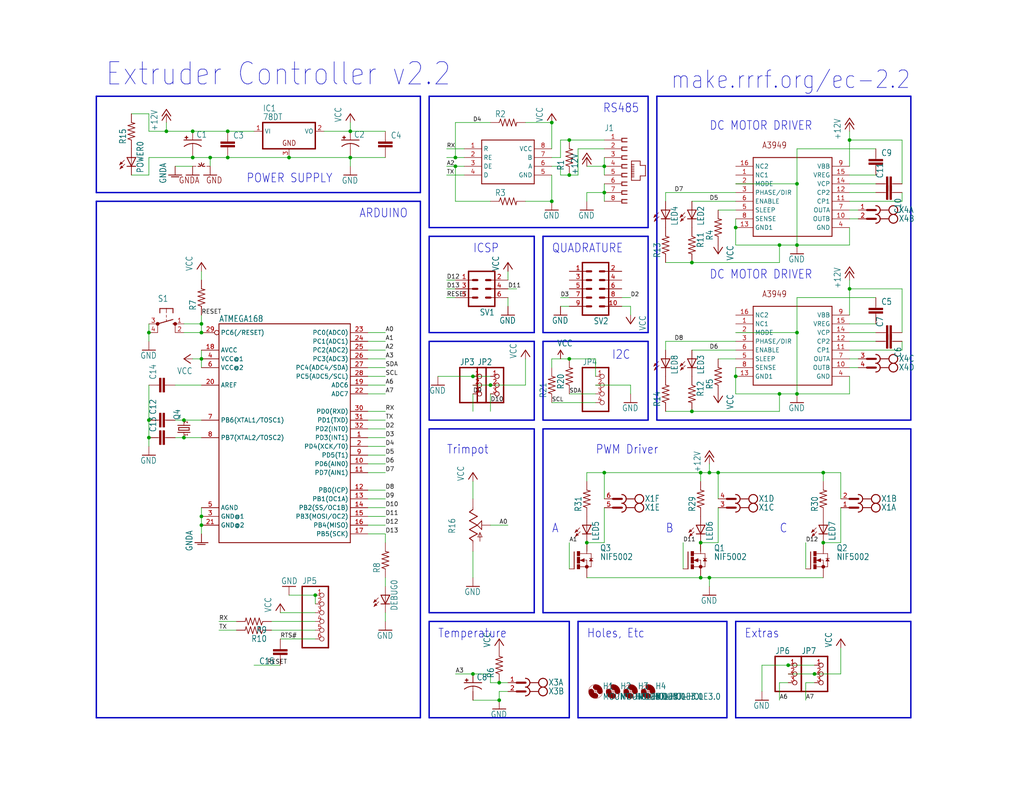
<source format=kicad_sch>
(kicad_sch (version 20231120) (generator "eeschema") (generator_version "8.0")
  (paper "User" 297.002 229.895)
  (junction (at 43.18 96.52))
  (junction (at 66.04 38.1))
  (junction (at 58.42 93.98))
  (junction (at 208.28 137.16))
  (junction (at 213.36 66.04))
  (junction (at 43.18 121.92))
  (junction (at 200.66 119.38))
  (junction (at 55.88 45.72))
  (junction (at 144.78 198.12))
  (junction (at 53.34 127))
  (junction (at 205.74 167.64))
  (junction (at 231.14 71.12))
  (junction (at 91.44 172.72))
  (junction (at 144.78 203.2))
  (junction (at 137.16 195.58))
  (junction (at 175.26 48.26))
  (junction (at 203.2 137.16))
  (junction (at 165.1 40.64))
  (junction (at 231.14 96.52))
  (junction (at 101.6 45.72))
  (junction (at 101.6 38.1))
  (junction (at 236.22 195.58))
  (junction (at 175.26 55.88))
  (junction (at 165.1 104.14))
  (junction (at 226.06 114.3))
  (junction (at 58.42 96.52))
  (junction (at 53.34 121.92))
  (junction (at 238.76 157.48))
  (junction (at 55.88 38.1))
  (junction (at 83.82 45.72))
  (junction (at 231.14 53.34))
  (junction (at 58.42 152.4))
  (junction (at 170.18 157.48))
  (junction (at 246.38 83.82))
  (junction (at 231.14 114.3))
  (junction (at 203.2 167.64))
  (junction (at 203.2 157.48))
  (junction (at 48.26 38.1))
  (junction (at 238.76 137.16))
  (junction (at 58.42 149.86))
  (junction (at 58.42 104.14))
  (junction (at 200.66 76.2))
  (junction (at 213.36 109.22))
  (junction (at 142.24 111.76))
  (junction (at 66.04 45.72))
  (junction (at 165.1 50.8))
  (junction (at 137.16 109.22))
  (junction (at 43.18 127))
  (junction (at 226.06 71.12))
  (junction (at 132.08 45.72))
  (junction (at 246.38 40.64))
  (junction (at 205.74 137.16))
  (junction (at 60.96 45.72))
  (junction (at 160.02 58.42))
  (junction (at 228.6 193.04))
  (junction (at 132.08 48.26))
  (junction (at 160.02 35.56))
  (junction (at 175.26 137.16))
  (polyline (pts (xy 157.48 124.46) (xy 264.16 124.46)) (stroke (width 0.4064) (type solid)))
  (wire (pts (xy 106.68 154.94) (xy 111.76 154.94)) (stroke (width 0.1524)))
  (wire (pts (xy 152.4 35.56) (xy 160.02 35.56)) (stroke (width 0.1524)))
  (wire (pts (xy 203.2 137.16) (xy 205.74 137.16)) (stroke (width 0.1524)))
  (polyline (pts (xy 27.94 208.28) (xy 27.94 58.42)) (stroke (width 0.4064) (type solid)))
  (wire (pts (xy 160.02 43.18) (xy 160.02 35.56)) (stroke (width 0.1524)))
  (wire (pts (xy 58.42 149.86) (xy 58.42 152.4)) (stroke (width 0.1524)))
  (wire (pts (xy 132.08 83.82) (xy 129.54 83.82)) (stroke (width 0.1524)))
  (wire (pts (xy 246.38 96.52) (xy 254 96.52)) (stroke (width 0.1524)))
  (wire (pts (xy 261.62 101.6) (xy 246.38 101.6)) (stroke (width 0.1524)))
  (wire (pts (xy 248.92 63.5) (xy 246.38 63.5)) (stroke (width 0.1524)))
  (wire (pts (xy 228.6 193.04) (xy 220.98 193.04)) (stroke (width 0.1524)))
  (wire (pts (xy 106.68 96.52) (xy 111.76 96.52)) (stroke (width 0.1524)))
  (polyline (pts (xy 187.96 99.06) (xy 187.96 121.92)) (stroke (width 0.4064) (type solid)))
  (wire (pts (xy 106.68 147.32) (xy 111.76 147.32)) (stroke (width 0.1524)))
  (wire (pts (xy 246.38 50.8) (xy 254 50.8)) (stroke (width 0.1524)))
  (wire (pts (xy 43.18 93.98) (xy 43.18 96.52)) (stroke (width 0.1524)))
  (wire (pts (xy 68.58 180.34) (xy 63.5 180.34)) (stroke (width 0.1524)))
  (wire (pts (xy 60.96 45.72) (xy 60.96 48.26)) (stroke (width 0.1524)))
  (wire (pts (xy 193.04 76.2) (xy 200.66 76.2)) (stroke (width 0.1524)))
  (wire (pts (xy 147.32 86.36) (xy 147.32 88.9)) (stroke (width 0.1524)))
  (polyline (pts (xy 124.46 66.04) (xy 124.46 27.94)) (stroke (width 0.4064) (type solid)))
  (wire (pts (xy 203.2 157.48) (xy 203.2 160.02)) (stroke (width 0.1524)))
  (wire (pts (xy 236.22 195.58) (xy 243.84 195.58)) (stroke (width 0.1524)))
  (wire (pts (xy 55.88 45.72) (xy 60.96 45.72)) (stroke (width 0.1524)))
  (wire (pts (xy 243.84 137.16) (xy 243.84 144.78)) (stroke (width 0.1524)))
  (wire (pts (xy 167.64 43.18) (xy 175.26 43.18)) (stroke (width 0.1524)))
  (polyline (pts (xy 124.46 96.52) (xy 154.94 96.52)) (stroke (width 0.4064) (type solid)))
  (wire (pts (xy 193.04 119.38) (xy 200.66 119.38)) (stroke (width 0.1524)))
  (wire (pts (xy 170.18 157.48) (xy 170.18 160.02)) (stroke (width 0.1524)))
  (wire (pts (xy 208.28 144.78) (xy 208.28 137.16)) (stroke (width 0.1524)))
  (wire (pts (xy 83.82 45.72) (xy 101.6 45.72)) (stroke (width 0.1524)))
  (wire (pts (xy 248.92 60.96) (xy 246.38 60.96)) (stroke (width 0.1524)))
  (wire (pts (xy 106.68 149.86) (xy 111.76 149.86)) (stroke (width 0.1524)))
  (wire (pts (xy 48.26 38.1) (xy 55.88 38.1)) (stroke (width 0.1524)))
  (wire (pts (xy 147.32 81.28) (xy 147.32 78.74)) (stroke (width 0.1524)))
  (wire (pts (xy 208.28 104.14) (xy 213.36 104.14)) (stroke (width 0.1524)))
  (wire (pts (xy 238.76 139.7) (xy 238.76 137.16)) (stroke (width 0.1524)))
  (wire (pts (xy 180.34 88.9) (xy 182.88 88.9)) (stroke (width 0.1524)))
  (wire (pts (xy 106.68 137.16) (xy 111.76 137.16)) (stroke (width 0.1524)))
  (wire (pts (xy 142.24 58.42) (xy 132.08 58.42)) (stroke (width 0.1524)))
  (wire (pts (xy 162.56 45.72) (xy 162.56 40.64)) (stroke (width 0.1524)))
  (polyline (pts (xy 264.16 124.46) (xy 264.16 177.8)) (stroke (width 0.4064) (type solid)))
  (wire (pts (xy 175.26 157.48) (xy 170.18 157.48)) (stroke (width 0.1524)))
  (wire (pts (xy 226.06 76.2) (xy 226.06 71.12)) (stroke (width 0.1524)))
  (wire (pts (xy 106.68 121.92) (xy 111.76 121.92)) (stroke (width 0.1524)))
  (wire (pts (xy 91.44 177.8) (xy 81.28 177.8)) (stroke (width 0.1524)))
  (wire (pts (xy 106.68 127) (xy 111.76 127)) (stroke (width 0.1524)))
  (wire (pts (xy 111.76 167.64) (xy 111.76 170.18)) (stroke (width 0.1524)))
  (wire (pts (xy 60.96 45.72) (xy 66.04 45.72)) (stroke (width 0.1524)))
  (wire (pts (xy 170.18 167.64) (xy 203.2 167.64)) (stroke (width 0.1524)))
  (wire (pts (xy 175.26 157.48) (xy 175.26 147.32)) (stroke (width 0.1524)))
  (wire (pts (xy 91.44 185.42) (xy 81.28 185.42)) (stroke (width 0.1524)))
  (wire (pts (xy 132.08 86.36) (xy 129.54 86.36)) (stroke (width 0.1524)))
  (polyline (pts (xy 157.48 96.52) (xy 157.48 68.58)) (stroke (width 0.4064) (type solid)))
  (wire (pts (xy 193.04 58.42) (xy 193.04 55.88)) (stroke (width 0.1524)))
  (polyline (pts (xy 187.96 121.92) (xy 157.48 121.92)) (stroke (width 0.4064) (type solid)))
  (wire (pts (xy 231.14 114.3) (xy 246.38 114.3)) (stroke (width 0.1524)))
  (wire (pts (xy 134.62 43.18) (xy 129.54 43.18)) (stroke (width 0.1524)))
  (wire (pts (xy 228.6 198.12) (xy 226.06 198.12)) (stroke (width 0.1524)))
  (wire (pts (xy 226.06 114.3) (xy 213.36 114.3)) (stroke (width 0.1524)))
  (polyline (pts (xy 121.92 58.42) (xy 121.92 208.28)) (stroke (width 0.4064) (type solid)))
  (wire (pts (xy 106.68 124.46) (xy 111.76 124.46)) (stroke (width 0.1524)))
  (wire (pts (xy 160.02 50.8) (xy 160.02 58.42)) (stroke (width 0.1524)))
  (wire (pts (xy 170.18 55.88) (xy 170.18 58.42)) (stroke (width 0.1524)))
  (wire (pts (xy 144.78 198.12) (xy 142.24 198.12)) (stroke (width 0.1524)))
  (wire (pts (xy 193.04 101.6) (xy 193.04 99.06)) (stroke (width 0.1524)))
  (wire (pts (xy 246.38 55.88) (xy 254 55.88)) (stroke (width 0.1524)))
  (wire (pts (xy 213.36 106.68) (xy 213.36 109.22)) (stroke (width 0.1524)))
  (wire (pts (xy 261.62 58.42) (xy 246.38 58.42)) (stroke (width 0.1524)))
  (wire (pts (xy 182.88 111.76) (xy 182.88 114.3)) (stroke (width 0.1524)))
  (wire (pts (xy 261.62 83.82) (xy 246.38 83.82)) (stroke (width 0.1524)))
  (wire (pts (xy 106.68 101.6) (xy 111.76 101.6)) (stroke (width 0.1524)))
  (wire (pts (xy 254 86.36) (xy 231.14 86.36)) (stroke (width 0.1524)))
  (wire (pts (xy 246.38 81.28) (xy 246.38 83.82)) (stroke (width 0.1524)))
  (wire (pts (xy 205.74 137.16) (xy 205.74 134.62)) (stroke (width 0.1524)))
  (wire (pts (xy 137.16 114.3) (xy 137.16 119.38)) (stroke (width 0.1524)))
  (wire (pts (xy 142.24 195.58) (xy 137.16 195.58)) (stroke (width 0.1524)))
  (polyline (pts (xy 121.92 55.88) (xy 121.92 27.94)) (stroke (width 0.4064) (type solid)))
  (wire (pts (xy 261.62 40.64) (xy 246.38 40.64)) (stroke (width 0.1524)))
  (wire (pts (xy 226.06 198.12) (xy 226.06 203.2)) (stroke (width 0.1524)))
  (polyline (pts (xy 210.82 208.28) (xy 210.82 180.34)) (stroke (width 0.4064) (type solid)))
  (polyline (pts (xy 210.82 180.34) (xy 167.64 180.34)) (stroke (width 0.4064) (type solid)))
  (wire (pts (xy 43.18 111.76) (xy 43.18 121.92)) (stroke (width 0.1524)))
  (wire (pts (xy 233.68 157.48) (xy 233.68 165.1)) (stroke (width 0.1524)))
  (wire (pts (xy 58.42 101.6) (xy 58.42 104.14)) (stroke (width 0.1524)))
  (polyline (pts (xy 167.64 208.28) (xy 210.82 208.28)) (stroke (width 0.4064) (type solid)))
  (wire (pts (xy 208.28 60.96) (xy 213.36 60.96)) (stroke (width 0.1524)))
  (wire (pts (xy 106.68 134.62) (xy 111.76 134.62)) (stroke (width 0.1524)))
  (wire (pts (xy 48.26 38.1) (xy 43.18 38.1)) (stroke (width 0.1524)))
  (wire (pts (xy 111.76 154.94) (xy 111.76 157.48)) (stroke (width 0.1524)))
  (wire (pts (xy 91.44 182.88) (xy 78.74 182.88)) (stroke (width 0.1524)))
  (wire (pts (xy 226.06 71.12) (xy 213.36 71.12)) (stroke (width 0.1524)))
  (wire (pts (xy 175.26 55.88) (xy 175.26 58.42)) (stroke (width 0.1524)))
  (wire (pts (xy 132.08 48.26) (xy 129.54 48.26)) (stroke (width 0.1524)))
  (wire (pts (xy 58.42 111.76) (xy 50.8 111.76)) (stroke (width 0.1524)))
  (wire (pts (xy 175.26 48.26) (xy 175.26 50.8)) (stroke (width 0.1524)))
  (wire (pts (xy 172.72 104.14) (xy 165.1 104.14)) (stroke (width 0.1524)))
  (wire (pts (xy 152.4 111.76) (xy 142.24 111.76)) (stroke (width 0.1524)))
  (wire (pts (xy 132.08 81.28) (xy 129.54 81.28)) (stroke (width 0.1524)))
  (wire (pts (xy 50.8 127) (xy 53.34 127)) (stroke (width 0.1524)))
  (wire (pts (xy 180.34 86.36) (xy 182.88 86.36)) (stroke (width 0.1524)))
  (wire (pts (xy 231.14 86.36) (xy 231.14 96.52)) (stroke (width 0.1524)))
  (wire (pts (xy 200.66 76.2) (xy 226.06 76.2)) (stroke (width 0.1524)))
  (wire (pts (xy 101.6 38.1) (xy 111.76 38.1)) (stroke (width 0.1524)))
  (wire (pts (xy 43.18 45.72) (xy 55.88 45.72)) (stroke (width 0.1524)))
  (wire (pts (xy 53.34 93.98) (xy 58.42 93.98)) (stroke (width 0.1524)))
  (polyline (pts (xy 264.16 180.34) (xy 213.36 180.34)) (stroke (width 0.4064) (type solid)))
  (polyline (pts (xy 264.16 121.92) (xy 190.5 121.92)) (stroke (width 0.4064) (type solid)))
  (polyline (pts (xy 154.94 177.8) (xy 154.94 124.46)) (stroke (width 0.4064) (type solid)))
  (wire (pts (xy 167.64 50.8) (xy 167.64 43.18)) (stroke (width 0.1524)))
  (wire (pts (xy 233.68 198.12) (xy 233.68 203.2)) (stroke (width 0.1524)))
  (polyline (pts (xy 121.92 27.94) (xy 27.94 27.94)) (stroke (width 0.4064) (type solid)))
  (wire (pts (xy 142.24 198.12) (xy 142.24 195.58)) (stroke (width 0.1524)))
  (wire (pts (xy 134.62 45.72) (xy 132.08 45.72)) (stroke (width 0.1524)))
  (wire (pts (xy 162.56 40.64) (xy 165.1 40.64)) (stroke (width 0.1524)))
  (wire (pts (xy 231.14 71.12) (xy 226.06 71.12)) (stroke (width 0.1524)))
  (wire (pts (xy 43.18 38.1) (xy 43.18 33.02)) (stroke (width 0.1524)))
  (wire (pts (xy 175.26 137.16) (xy 170.18 137.16)) (stroke (width 0.1524)))
  (wire (pts (xy 182.88 91.44) (xy 182.88 88.9)) (stroke (width 0.1524)))
  (wire (pts (xy 111.76 177.8) (xy 111.76 180.34)) (stroke (width 0.1524)))
  (wire (pts (xy 238.76 157.48) (xy 238.76 160.02)) (stroke (width 0.1524)))
  (polyline (pts (xy 165.1 180.34) (xy 124.46 180.34)) (stroke (width 0.4064) (type solid)))
  (wire (pts (xy 170.18 137.16) (xy 170.18 139.7)) (stroke (width 0.1524)))
  (wire (pts (xy 144.78 198.12) (xy 147.32 198.12)) (stroke (width 0.1524)))
  (wire (pts (xy 147.32 83.82) (xy 149.86 83.82)) (stroke (width 0.1524)))
  (wire (pts (xy 165.1 50.8) (xy 162.56 50.8)) (stroke (width 0.1524)))
  (wire (pts (xy 132.08 35.56) (xy 132.08 45.72)) (stroke (width 0.1524)))
  (wire (pts (xy 205.74 170.18) (xy 205.74 167.64)) (stroke (width 0.1524)))
  (wire (pts (xy 43.18 127) (xy 43.18 129.54)) (stroke (width 0.1524)))
  (wire (pts (xy 203.2 167.64) (xy 205.74 167.64)) (stroke (width 0.1524)))
  (wire (pts (xy 162.56 50.8) (xy 162.56 48.26)) (stroke (width 0.1524)))
  (polyline (pts (xy 124.46 177.8) (xy 154.94 177.8)) (stroke (width 0.4064) (type solid)))
  (wire (pts (xy 91.44 172.72) (xy 83.82 172.72)) (stroke (width 0.1524)))
  (wire (pts (xy 248.92 106.68) (xy 246.38 106.68)) (stroke (width 0.1524)))
  (wire (pts (xy 172.72 114.3) (xy 165.1 114.3)) (stroke (width 0.1524)))
  (wire (pts (xy 58.42 104.14) (xy 58.42 106.68)) (stroke (width 0.1524)))
  (wire (pts (xy 175.26 53.34) (xy 175.26 55.88)) (stroke (width 0.1524)))
  (wire (pts (xy 142.24 111.76) (xy 137.16 111.76)) (stroke (width 0.1524)))
  (wire (pts (xy 106.68 132.08) (xy 111.76 132.08)) (stroke (width 0.1524)))
  (wire (pts (xy 246.38 93.98) (xy 254 93.98)) (stroke (width 0.1524)))
  (wire (pts (xy 208.28 157.48) (xy 203.2 157.48)) (stroke (width 0.1524)))
  (wire (pts (xy 165.1 40.64) (xy 175.26 40.64)) (stroke (width 0.1524)))
  (wire (pts (xy 208.28 157.48) (xy 208.28 147.32)) (stroke (width 0.1524)))
  (polyline (pts (xy 124.46 208.28) (xy 165.1 208.28)) (stroke (width 0.4064) (type solid)))
  (wire (pts (xy 106.68 129.54) (xy 111.76 129.54)) (stroke (width 0.1524)))
  (wire (pts (xy 55.88 48.26) (xy 50.8 48.26)) (stroke (width 0.1524)))
  (wire (pts (xy 134.62 48.26) (xy 132.08 48.26)) (stroke (width 0.1524)))
  (wire (pts (xy 58.42 147.32) (xy 58.42 149.86)) (stroke (width 0.1524)))
  (wire (pts (xy 137.16 109.22) (xy 142.24 109.22)) (stroke (width 0.1524)))
  (wire (pts (xy 106.68 144.78) (xy 111.76 144.78)) (stroke (width 0.1524)))
  (wire (pts (xy 160.02 58.42) (xy 152.4 58.42)) (stroke (width 0.1524)))
  (wire (pts (xy 203.2 139.7) (xy 203.2 137.16)) (stroke (width 0.1524)))
  (wire (pts (xy 238.76 137.16) (xy 243.84 137.16)) (stroke (width 0.1524)))
  (wire (pts (xy 172.72 111.76) (xy 182.88 111.76)) (stroke (width 0.1524)))
  (wire (pts (xy 175.26 48.26) (xy 170.18 48.26)) (stroke (width 0.1524)))
  (wire (pts (xy 43.18 50.8) (xy 43.18 45.72)) (stroke (width 0.1524)))
  (wire (pts (xy 231.14 53.34) (xy 231.14 71.12)) (stroke (width 0.1524)))
  (wire (pts (xy 231.14 96.52) (xy 231.14 114.3)) (stroke (width 0.1524)))
  (polyline (pts (xy 165.1 208.28) (xy 165.1 180.34)) (stroke (width 0.4064) (type solid)))
  (wire (pts (xy 193.04 55.88) (xy 213.36 55.88)) (stroke (width 0.1524)))
  (wire (pts (xy 66.04 45.72) (xy 83.82 45.72)) (stroke (width 0.1524)))
  (wire (pts (xy 142.24 114.3) (xy 142.24 119.38)) (stroke (width 0.1524)))
  (wire (pts (xy 175.26 55.88) (xy 170.18 55.88)) (stroke (width 0.1524)))
  (wire (pts (xy 58.42 152.4) (xy 58.42 154.94)) (stroke (width 0.1524)))
  (wire (pts (xy 43.18 96.52) (xy 43.18 99.06)) (stroke (width 0.1524)))
  (wire (pts (xy 38.1 50.8) (xy 43.18 50.8)) (stroke (width 0.1524)))
  (wire (pts (xy 53.34 121.92) (xy 58.42 121.92)) (stroke (width 0.1524)))
  (wire (pts (xy 55.88 104.14) (xy 58.42 104.14)) (stroke (width 0.1524)))
  (polyline (pts (xy 27.94 58.42) (xy 121.92 58.42)) (stroke (width 0.4064) (type solid)))
  (polyline (pts (xy 124.46 180.34) (xy 124.46 208.28)) (stroke (width 0.4064) (type solid)))
  (wire (pts (xy 165.1 88.9) (xy 162.56 88.9)) (stroke (width 0.1524)))
  (polyline (pts (xy 190.5 27.94) (xy 264.16 27.94)) (stroke (width 0.4064) (type solid)))
  (wire (pts (xy 160.02 104.14) (xy 160.02 106.68)) (stroke (width 0.1524)))
  (wire (pts (xy 213.36 96.52) (xy 231.14 96.52)) (stroke (width 0.1524)))
  (polyline (pts (xy 157.48 121.92) (xy 157.48 99.06)) (stroke (width 0.4064) (type solid)))
  (polyline (pts (xy 157.48 177.8) (xy 157.48 124.46)) (stroke (width 0.4064) (type solid)))
  (wire (pts (xy 246.38 99.06) (xy 254 99.06)) (stroke (width 0.1524)))
  (wire (pts (xy 172.72 109.22) (xy 172.72 104.14)) (stroke (width 0.1524)))
  (wire (pts (xy 165.1 50.8) (xy 167.64 50.8)) (stroke (width 0.1524)))
  (polyline (pts (xy 213.36 180.34) (xy 213.36 208.28)) (stroke (width 0.4064) (type solid)))
  (wire (pts (xy 58.42 78.74) (xy 58.42 81.28)) (stroke (width 0.1524)))
  (wire (pts (xy 137.16 139.7) (xy 137.16 144.78)) (stroke (width 0.1524)))
  (polyline (pts (xy 167.64 180.34) (xy 167.64 208.28)) (stroke (width 0.4064) (type solid)))
  (wire (pts (xy 175.26 144.78) (xy 175.26 137.16)) (stroke (width 0.1524)))
  (wire (pts (xy 261.62 55.88) (xy 261.62 58.42)) (stroke (width 0.1524)))
  (wire (pts (xy 53.34 127) (xy 58.42 127)) (stroke (width 0.1524)))
  (wire (pts (xy 106.68 111.76) (xy 111.76 111.76)) (stroke (width 0.1524)))
  (wire (pts (xy 137.16 195.58) (xy 132.08 195.58)) (stroke (width 0.1524)))
  (polyline (pts (xy 157.48 99.06) (xy 187.96 99.06)) (stroke (width 0.4064) (type solid)))
  (wire (pts (xy 231.14 114.3) (xy 226.06 114.3)) (stroke (width 0.1524)))
  (polyline (pts (xy 124.46 121.92) (xy 124.46 99.06)) (stroke (width 0.4064) (type solid)))
  (wire (pts (xy 144.78 203.2) (xy 137.16 203.2)) (stroke (width 0.1524)))
  (wire (pts (xy 226.06 119.38) (xy 226.06 114.3)) (stroke (width 0.1524)))
  (wire (pts (xy 248.92 104.14) (xy 246.38 104.14)) (stroke (width 0.1524)))
  (wire (pts (xy 231.14 43.18) (xy 231.14 53.34)) (stroke (width 0.1524)))
  (wire (pts (xy 198.12 157.48) (xy 198.12 165.1)) (stroke (width 0.1524)))
  (wire (pts (xy 144.78 200.66) (xy 144.78 203.2)) (stroke (width 0.1524)))
  (wire (pts (xy 160.02 48.26) (xy 162.56 48.26)) (stroke (width 0.1524)))
  (wire (pts (xy 101.6 38.1) (xy 101.6 35.56)) (stroke (width 0.1524)))
  (polyline (pts (xy 154.94 68.58) (xy 124.46 68.58)) (stroke (width 0.4064) (type solid)))
  (wire (pts (xy 254 43.18) (xy 231.14 43.18)) (stroke (width 0.1524)))
  (wire (pts (xy 261.62 99.06) (xy 261.62 101.6)) (stroke (width 0.1524)))
  (polyline (pts (xy 124.46 124.46) (xy 124.46 177.8)) (stroke (width 0.4064) (type solid)))
  (wire (pts (xy 243.84 157.48) (xy 243.84 147.32)) (stroke (width 0.1524)))
  (wire (pts (xy 111.76 119.38) (xy 106.68 119.38)) (stroke (width 0.1524)))
  (polyline (pts (xy 121.92 208.28) (xy 27.94 208.28)) (stroke (width 0.4064) (type solid)))
  (wire (pts (xy 172.72 116.84) (xy 160.02 116.84)) (stroke (width 0.1524)))
  (wire (pts (xy 165.1 86.36) (xy 162.56 86.36)) (stroke (width 0.1524)))
  (wire (pts (xy 43.18 121.92) (xy 43.18 127)) (stroke (width 0.1524)))
  (wire (pts (xy 91.44 175.26) (xy 91.44 172.72)) (stroke (width 0.1524)))
  (wire (pts (xy 246.38 53.34) (xy 254 53.34)) (stroke (width 0.1524)))
  (polyline (pts (xy 154.94 124.46) (xy 124.46 124.46)) (stroke (width 0.4064) (type solid)))
  (polyline (pts (xy 154.94 96.52) (xy 154.94 68.58)) (stroke (width 0.4064) (type solid)))
  (wire (pts (xy 132.08 45.72) (xy 129.54 45.72)) (stroke (width 0.1524)))
  (wire (pts (xy 238.76 157.48) (xy 243.84 157.48)) (stroke (width 0.1524)))
  (polyline (pts (xy 187.96 66.04) (xy 124.46 66.04)) (stroke (width 0.4064) (type solid)))
  (wire (pts (xy 142.24 35.56) (xy 132.08 35.56)) (stroke (width 0.1524)))
  (polyline (pts (xy 154.94 99.06) (xy 154.94 121.92)) (stroke (width 0.4064) (type solid)))
  (wire (pts (xy 246.38 40.64) (xy 246.38 48.26)) (stroke (width 0.1524)))
  (wire (pts (xy 220.98 193.04) (xy 220.98 200.66)) (stroke (width 0.1524)))
  (wire (pts (xy 228.6 195.58) (xy 236.22 195.58)) (stroke (width 0.1524)))
  (wire (pts (xy 160.02 45.72) (xy 162.56 45.72)) (stroke (width 0.1524)))
  (polyline (pts (xy 154.94 121.92) (xy 124.46 121.92)) (stroke (width 0.4064) (type solid)))
  (polyline (pts (xy 187.96 96.52) (xy 157.48 96.52)) (stroke (width 0.4064) (type solid)))
  (polyline (pts (xy 157.48 68.58) (xy 187.96 68.58)) (stroke (width 0.4064) (type solid)))
  (wire (pts (xy 152.4 104.14) (xy 152.4 111.76)) (stroke (width 0.1524)))
  (wire (pts (xy 58.42 96.52) (xy 58.42 93.98)) (stroke (width 0.1524)))
  (wire (pts (xy 106.68 109.22) (xy 111.76 109.22)) (stroke (width 0.1524)))
  (wire (pts (xy 261.62 53.34) (xy 261.62 40.64)) (stroke (width 0.1524)))
  (wire (pts (xy 236.22 193.04) (xy 228.6 193.04)) (stroke (width 0.1524)))
  (polyline (pts (xy 124.46 99.06) (xy 154.94 99.06)) (stroke (width 0.4064) (type solid)))
  (wire (pts (xy 78.74 180.34) (xy 91.44 180.34)) (stroke (width 0.1524)))
  (wire (pts (xy 66.04 38.1) (xy 73.66 38.1)) (stroke (width 0.1524)))
  (wire (pts (xy 213.36 71.12) (xy 213.36 66.04)) (stroke (width 0.1524)))
  (wire (pts (xy 58.42 93.98) (xy 58.42 91.44)) (stroke (width 0.1524)))
  (wire (pts (xy 175.26 137.16) (xy 203.2 137.16)) (stroke (width 0.1524)))
  (wire (pts (xy 236.22 198.12) (xy 233.68 198.12)) (stroke (width 0.1524)))
  (wire (pts (xy 213.36 53.34) (xy 231.14 53.34)) (stroke (width 0.1524)))
  (polyline (pts (xy 27.94 27.94) (xy 27.94 55.88)) (stroke (width 0.4064) (type solid)))
  (wire (pts (xy 175.26 45.72) (xy 175.26 48.26)) (stroke (width 0.1524)))
  (polyline (pts (xy 124.46 68.58) (xy 124.46 96.52)) (stroke (width 0.4064) (type solid)))
  (wire (pts (xy 81.28 193.04) (xy 73.66 193.04)) (stroke (width 0.1524)))
  (wire (pts (xy 50.8 121.92) (xy 53.34 121.92)) (stroke (width 0.1524)))
  (wire (pts (xy 200.66 119.38) (xy 226.06 119.38)) (stroke (width 0.1524)))
  (wire (pts (xy 106.68 142.24) (xy 111.76 142.24)) (stroke (width 0.1524)))
  (wire (pts (xy 106.68 114.3) (xy 111.76 114.3)) (stroke (width 0.1524)))
  (wire (pts (xy 246.38 71.12) (xy 246.38 66.04)) (stroke (width 0.1524)))
  (wire (pts (xy 43.18 33.02) (xy 38.1 33.02)) (stroke (width 0.1524)))
  (wire (pts (xy 208.28 137.16) (xy 238.76 137.16)) (stroke (width 0.1524)))
  (wire (pts (xy 147.32 200.66) (xy 144.78 200.66)) (stroke (width 0.1524)))
  (wire (pts (xy 213.36 101.6) (xy 200.66 101.6)) (stroke (width 0.1524)))
  (wire (pts (xy 165.1 165.1) (xy 165.1 157.48)) (stroke (width 0.1524)))
  (wire (pts (xy 205.74 137.16) (xy 208.28 137.16)) (stroke (width 0.1524)))
  (polyline (pts (xy 264.16 208.28) (xy 264.16 180.34)) (stroke (width 0.4064) (type solid)))
  (wire (pts (xy 127 109.22) (xy 137.16 109.22)) (stroke (width 0.1524)))
  (polyline (pts (xy 27.94 55.88) (xy 121.92 55.88)) (stroke (width 0.4064) (type solid)))
  (polyline (pts (xy 213.36 208.28) (xy 264.16 208.28)) (stroke (width 0.4064) (type solid)))
  (wire (pts (xy 193.04 99.06) (xy 213.36 99.06)) (stroke (width 0.1524)))
  (wire (pts (xy 132.08 58.42) (xy 132.08 48.26)) (stroke (width 0.1524)))
  (wire (pts (xy 137.16 160.02) (xy 137.16 167.64)) (stroke (width 0.1524)))
  (wire (pts (xy 55.88 38.1) (xy 66.04 38.1)) (stroke (width 0.1524)))
  (polyline (pts (xy 124.46 27.94) (xy 187.96 27.94)) (stroke (width 0.4064) (type solid)))
  (wire (pts (xy 231.14 71.12) (xy 246.38 71.12)) (stroke (width 0.1524)))
  (wire (pts (xy 106.68 152.4) (xy 111.76 152.4)) (stroke (width 0.1524)))
  (wire (pts (xy 160.02 104.14) (xy 165.1 104.14)) (stroke (width 0.1524)))
  (wire (pts (xy 134.62 50.8) (xy 129.54 50.8)) (stroke (width 0.1524)))
  (wire (pts (xy 213.36 114.3) (xy 213.36 109.22)) (stroke (width 0.1524)))
  (wire (pts (xy 205.74 167.64) (xy 238.76 167.64)) (stroke (width 0.1524)))
  (wire (pts (xy 142.24 152.4) (xy 147.32 152.4)) (stroke (width 0.1524)))
  (polyline (pts (xy 187.96 27.94) (xy 187.96 66.04)) (stroke (width 0.4064) (type solid)))
  (polyline (pts (xy 187.96 68.58) (xy 187.96 96.52)) (stroke (width 0.4064) (type solid)))
  (polyline (pts (xy 264.16 177.8) (xy 157.48 177.8)) (stroke (width 0.4064) (type solid)))
  (wire (pts (xy 93.98 38.1) (xy 101.6 38.1)) (stroke (width 0.1524)))
  (wire (pts (xy 101.6 48.26) (xy 101.6 45.72)) (stroke (width 0.1524)))
  (wire (pts (xy 106.68 104.14) (xy 111.76 104.14)) (stroke (width 0.1524)))
  (wire (pts (xy 48.26 38.1) (xy 48.26 35.56)) (stroke (width 0.1524)))
  (wire (pts (xy 101.6 45.72) (xy 111.76 45.72)) (stroke (width 0.1524)))
  (wire (pts (xy 213.36 58.42) (xy 200.66 58.42)) (stroke (width 0.1524)))
  (wire (pts (xy 246.38 114.3) (xy 246.38 109.22)) (stroke (width 0.1524)))
  (polyline (pts (xy 264.16 27.94) (xy 264.16 121.92)) (stroke (width 0.4064) (type solid)))
  (polyline (pts (xy 190.5 121.92) (xy 190.5 27.94)) (stroke (width 0.4064) (type solid)))
  (wire (pts (xy 261.62 96.52) (xy 261.62 83.82)) (stroke (width 0.1524)))
  (wire (pts (xy 246.38 83.82) (xy 246.38 91.44)) (stroke (width 0.1524)))
  (wire (pts (xy 213.36 63.5) (xy 213.36 66.04)) (stroke (width 0.1524)))
  (wire (pts (xy 68.58 182.88) (xy 63.5 182.88)) (stroke (width 0.1524)))
  (wire (pts (xy 246.38 38.1) (xy 246.38 40.64)) (stroke (width 0.1524)))
  (wire (pts (xy 243.84 195.58) (xy 243.84 187.96)) (stroke (width 0.1524)))
  (wire (pts (xy 106.68 99.06) (xy 111.76 99.06)) (stroke (width 0.1524)))
  (wire (pts (xy 106.68 106.68) (xy 111.76 106.68)) (stroke (width 0.1524)))
  (wire (pts (xy 53.34 96.52) (xy 58.42 96.52)) (stroke (width 0.1524)))
  (text "Extruder Controller v2.2" (at 30.48 25.4 0) (effects (font (size 6.4516 5.4838)) (justify left bottom)))
  (text "Holes, Etc" (at 170.18 185.42 0) (effects (font (size 2.54 2.159)) (justify left bottom)))
  (text "PWM Driver" (at 172.72 132.08 0) (effects (font (size 2.54 2.159)) (justify left bottom)))
  (text "A" (at 160.02 154.94 0) (effects (font (size 2.54 2.159)) (justify left bottom)))
  (text "RS485" (at 185.42 33.02 0) (effects (font (size 2.54 2.159)) (justify right bottom)))
  (text "POWER SUPPLY" (at 96.52 53.34 0) (effects (font (size 2.54 2.159)) (justify right bottom)))
  (text "ARDUINO" (at 104.14 63.5 0) (effects (font (size 2.54 2.159)) (justify left bottom)))
  (text "Trimpot" (at 129.54 132.08 0) (effects (font (size 2.54 2.159)) (justify left bottom)))
  (text "DC MOTOR DRIVER" (at 205.74 81.28 0) (effects (font (size 2.54 2.159)) (justify left bottom)))
  (text "I2C" (at 182.88 101.6 0) (effects (font (size 2.54 2.159)) (justify right top)))
  (text "make.rrrf.org/ec-2.2" (at 264.16 20.32 0) (effects (font (size 5.08 4.318)) (justify right top)))
  (text "Extras" (at 215.9 185.42 0) (effects (font (size 2.54 2.159)) (justify left bottom)))
  (text "QUADRATURE" (at 160.02 73.66 0) (effects (font (size 2.54 2.159)) (justify left bottom)))
  (text "C" (at 226.06 154.94 0) (effects (font (size 2.54 2.159)) (justify left bottom)))
  (text "ICSP" (at 137.16 73.66 0) (effects (font (size 2.54 2.159)) (justify left bottom)))
  (text "Temperature" (at 127 185.42 0) (effects (font (size 2.54 2.159)) (justify left bottom)))
  (text "B" (at 193.04 154.94 0) (effects (font (size 2.54 2.159)) (justify left bottom)))
  (text "DC MOTOR DRIVER" (at 205.74 38.1 0) (effects (font (size 2.54 2.159)) (justify left bottom)))
  (label "RESET" (at 77.47 193.04 0) (effects (font (size 1.2446 1.2446))))
  (label "SDA" (at 165.1 114.3 0) (effects (font (size 1.1735 1.1735))))
  (label "A3" (at 111.76 104.14 0) (effects (font (size 1.2446 1.2446))))
  (label "D11" (at 147.32 83.82 0) (effects (font (size 1.2446 1.2446))))
  (label "RTS#" (at 81.28 185.42 0) (effects (font (size 1.2446 1.2446))))
  (label "A2" (at 129.54 48.26 0) (effects (font (size 1.1735 1.1735))))
  (label "SCL" (at 160.02 116.84 0) (effects (font (size 1.1735 1.1735))))
  (label "A0" (at 144.78 152.4 0) (effects (font (size 1.2446 1.2446))))
  (label "RX" (at 129.54 43.18 0) (effects (font (size 1.1735 1.1735))))
  (label "RX" (at 63.5 180.34 0) (effects (font (size 1.2446 1.2446))))
  (label "D6" (at 205.74 101.6 0) (effects (font (size 1.2446 1.2446))))
  (label "A1" (at 165.1 157.48 0) (effects (font (size 1.1735 1.1735))))
  (label "A7" (at 233.68 203.2 0) (effects (font (size 1.2446 1.2446))))
  (label "D12" (at 233.68 157.48 0) (effects (font (size 1.1735 1.1735))))
  (label "D7" (at 195.58 55.88 0) (effects (font (size 1.2446 1.2446))))
  (label "D2" (at 111.76 124.46 0) (effects (font (size 1.2446 1.2446))))
  (label "D11" (at 198.12 157.48 0) (effects (font (size 1.1735 1.1735))))
  (label "SCL" (at 111.76 109.22 0) (effects (font (size 1.2446 1.2446))))
  (label "A3" (at 132.08 195.58 0) (effects (font (size 1.2446 1.2446))))
  (label "TX" (at 63.5 182.88 0) (effects (font (size 1.2446 1.2446))))
  (label "D12" (at 129.54 81.28 0) (effects (font (size 1.2446 1.2446))))
  (label "D10" (at 111.76 147.32 0) (effects (font (size 1.2446 1.2446))))
  (label "TX" (at 111.76 121.92 0) (effects (font (size 1.2446 1.2446))))
  (label "RESET" (at 129.54 86.36 0) (effects (font (size 1.2446 1.2446))))
  (label "D3" (at 162.56 86.36 0) (effects (font (size 1.1735 1.1735))))
  (label "D6" (at 111.76 134.62 0) (effects (font (size 1.2446 1.2446))))
  (label "D4" (at 111.76 129.54 0) (effects (font (size 1.2446 1.2446))))
  (label "D9" (at 137.16 114.3 0) (effects (font (size 1.2446 1.2446))))
  (label "A2" (at 111.76 101.6 0) (effects (font (size 1.2446 1.2446))))
  (label "D5" (at 111.76 132.08 0) (effects (font (size 1.2446 1.2446))))
  (label "RESET" (at 58.42 91.44 0) (effects (font (size 1.2446 1.2446))))
  (label "D12" (at 111.76 152.4 0) (effects (font (size 1.2446 1.2446))))
  (label "A6" (at 111.76 111.76 0) (effects (font (size 1.2446 1.2446))))
  (label "SDA" (at 111.76 106.68 0) (effects (font (size 1.2446 1.2446))))
  (label "D5" (at 205.74 58.42 0) (effects (font (size 1.2446 1.2446))))
  (label "A0" (at 111.76 96.52 0) (effects (font (size 1.2446 1.2446))))
  (label "D4" (at 137.16 35.56 0) (effects (font (size 1.1735 1.1735))))
  (label "A7" (at 111.76 114.3 0) (effects (font (size 1.2446 1.2446))))
  (label "D3" (at 111.76 127 0) (effects (font (size 1.2446 1.2446))))
  (label "D13" (at 129.54 83.82 0) (effects (font (size 1.2446 1.2446))))
  (label "D13" (at 111.76 154.94 0) (effects (font (size 1.2446 1.2446))))
  (label "D8" (at 195.58 99.06 0) (effects (font (size 1.2446 1.2446))))
  (label "D8" (at 111.76 142.24 0) (effects (font (size 1.2446 1.2446))))
  (label "A6" (at 226.06 203.2 0) (effects (font (size 1.2446 1.2446))))
  (label "TX" (at 129.54 50.8 0) (effects (font (size 1.1735 1.1735))))
  (label "D10" (at 142.24 116.84 0) (effects (font (size 1.2446 1.2446))))
  (label "RX" (at 111.76 119.38 0) (effects (font (size 1.2446 1.2446))))
  (label "A1" (at 111.76 99.06 0) (effects (font (size 1.2446 1.2446))))
  (label "D9" (at 111.76 144.78 0) (effects (font (size 1.2446 1.2446))))
  (label "D11" (at 111.76 149.86 0) (effects (font (size 1.2446 1.2446))))
  (label "D7" (at 111.76 137.16 0) (effects (font (size 1.2446 1.2446))))
  (label "D2" (at 182.88 86.36 0) (effects (font (size 1.1735 1.1735))))
  (symbol (lib_id "extruder-controller-eagle-import:C-EUC1206K") (at 254 45.72 0) (unit 1)
    (property "Reference" "C9" (at 255.524 45.339 0) (effects (font (size 1.778 1.5113)) (justify left bottom)))
    (property "Value" "C-EUC1206K" (effects (hide yes)))
    (property "Footprint" "extruder-controller:C1206K" (effects (hide yes)))
  )
  (symbol (lib_id "extruder-controller-eagle-import:GND") (at 231.14 116.84 0) (unit 1)
    (property "Reference" "#GND7" (effects (hide yes)))
    (property "Value" "GND" (at 228.6 119.38 0) (effects (font (size 1.778 1.5113)) (justify left bottom)))
  )
  (symbol (lib_id "extruder-controller-eagle-import:ML6") (at 139.7 83.82 180) (unit 1)
    (property "Reference" "SV1" (at 143.51 89.662 0) (effects (font (size 1.778 1.5113)) (justify left bottom)))
    (property "Value" "ML6" (effects (hide yes)))
    (property "Footprint" "extruder-controller:ML6" (effects (hide yes)))
  )
  (symbol (lib_id "extruder-controller-eagle-import:supply1_VCC") (at 208.28 116.84 180) (unit 1)
    (property "Reference" "#P+6" (effects (hide yes)))
    (property "Value" "VCC" (at 210.82 114.3 90) (effects (font (size 1.778 1.5113)) (justify left bottom)))
  )
  (symbol (lib_id "extruder-controller-eagle-import:GND") (at 182.88 116.84 0) (unit 1)
    (property "Reference" "#GND11" (effects (hide yes)))
    (property "Value" "GND" (at 180.34 119.38 0) (effects (font (size 1.778 1.5113)) (justify left bottom)))
  )
  (symbol (lib_id "extruder-controller-eagle-import:R-US_R1206") (at 160.02 111.76 90) (unit 1)
    (property "Reference" "R21" (at 158.5214 115.57 0) (effects (font (size 1.778 1.5113)) (justify left bottom)))
    (property "Value" "R-US_R1206" (effects (hide yes)))
    (property "Footprint" "extruder-controller:R1206" (effects (hide yes)))
  )
  (symbol (lib_id "extruder-controller-eagle-import:supply1_GND") (at 111.76 182.88 0) (unit 1)
    (property "Reference" "#GND12" (effects (hide yes)))
    (property "Value" "GND" (at 109.22 185.42 0) (effects (font (size 1.778 1.5113)) (justify left bottom)))
  )
  (symbol (lib_id "extruder-controller-eagle-import:MSTBV2") (at 152.4 198.12 180) (unit 1)
    (property "Reference" "X3" (at 159.004 199.009 0) (effects (font (size 1.778 1.5113)) (justify right top)))
    (property "Value" "MSTBV2" (effects (hide yes)))
    (property "Footprint" "extruder-controller:MSTBV2" (effects (hide yes)))
  )
  (symbol (lib_id "extruder-controller-eagle-import:PINHD-1X6") (at 93.98 180.34 0) (unit 1)
    (property "Reference" "JP5" (at 87.63 169.545 0) (effects (font (size 1.778 1.5113)) (justify left bottom)))
    (property "Value" "PINHD-1X6" (effects (hide yes)))
    (property "Footprint" "extruder-controller:1X06" (effects (hide yes)))
  )
  (symbol (lib_id "extruder-controller-eagle-import:PINHD-1X3") (at 231.14 195.58 0) (unit 1)
    (property "Reference" "JP6" (at 224.79 189.865 0) (effects (font (size 1.778 1.5113)) (justify left bottom)))
    (property "Value" "PINHD-1X3" (effects (hide yes)))
    (property "Footprint" "extruder-controller:1X03" (effects (hide yes)))
  )
  (symbol (lib_id "extruder-controller-eagle-import:resistor_R-US_R1206") (at 165.1 45.72 90) (unit 1)
    (property "Reference" "R1" (at 163.6014 49.53 0) (effects (font (size 1.778 1.5113)) (justify left bottom)))
    (property "Value" "R-US_R1206" (effects (hide yes)))
    (property "Footprint" "extruder-controller:R1206" (effects (hide yes)))
  )
  (symbol (lib_id "extruder-controller-eagle-import:MSTBV6") (at 248.92 147.32 180) (unit 1)
    (property "Reference" "X1" (at 255.524 148.209 0) (effects (font (size 1.778 1.5113)) (justify right top)))
    (property "Value" "MSTBV6" (effects (hide yes)))
    (property "Footprint" "extruder-controller:MSTBV6" (effects (hide yes)))
  )
  (symbol (lib_id "extruder-controller-eagle-import:MSTBV4") (at 254 63.5 180) (unit 2)
    (property "Reference" "X4" (at 260.604 64.389 0) (effects (font (size 1.778 1.5113)) (justify right top)))
    (property "Value" "MSTBV4" (effects (hide yes)))
    (property "Footprint" "extruder-controller:MSTBV4" (effects (hide yes)))
  )
  (symbol (lib_id "extruder-controller-eagle-import:+12V") (at 205.74 132.08 0) (unit 1)
    (property "Reference" "#P+7" (effects (hide yes)))
    (property "Value" "+12V" (at 203.2 137.16 90) (effects (font (size 1.778 1.5113)) (justify left bottom)))
  )
  (symbol (lib_id "extruder-controller-eagle-import:+12V") (at 48.26 33.02 0) (unit 1)
    (property "Reference" "#P+1" (effects (hide yes)))
    (property "Value" "+12V" (at 45.72 38.1 90) (effects (font (size 1.778 1.5113)) (justify left bottom)))
  )
  (symbol (lib_id "extruder-controller-eagle-import:GNDA") (at 58.42 157.48 0) (unit 1)
    (property "Reference" "#GND4" (effects (hide yes)))
    (property "Value" "GNDA" (at 55.88 160.02 90) (effects (font (size 1.778 1.5113)) (justify left bottom)))
  )
  (symbol (lib_id "extruder-controller-eagle-import:GNDA") (at 50.8 50.8 0) (unit 1)
    (property "Reference" "#GND14" (effects (hide yes)))
    (property "Value" "GNDA" (at 48.26 53.34 90) (effects (font (size 1.778 1.5113)) (justify left bottom)))
  )
  (symbol (lib_id "extruder-controller-eagle-import:supply1_GND") (at 43.18 101.6 0) (unit 1)
    (property "Reference" "#GND18" (effects (hide yes)))
    (property "Value" "GND" (at 40.64 104.14 0) (effects (font (size 1.778 1.5113)) (justify left bottom)))
  )
  (symbol (lib_id "extruder-controller-eagle-import:LEDCHIPLED_1206") (at 170.18 152.4 0) (unit 1)
    (property "Reference" "LED5" (at 173.736 156.972 90) (effects (font (size 1.778 1.5113)) (justify left bottom)))
    (property "Value" "LEDCHIPLED_1206" (effects (hide yes)))
    (property "Footprint" "extruder-controller:CHIPLED_1206" (effects (hide yes)))
  )
  (symbol (lib_id "extruder-controller-eagle-import:N-HEXFET-2D_?-SOT232") (at 200.66 162.56 0) (unit 1)
    (property "Reference" "Q1" (at 207.01 160.02 0) (effects (font (size 1.778 1.5113)) (justify left bottom)))
    (property "Value" "NIF5002" (at 207.01 162.56 0) (effects (font (size 1.778 1.5113)) (justify left bottom)))
    (property "Footprint" "extruder-controller:SOT223" (effects (hide yes)))
  )
  (symbol (lib_id "extruder-controller-eagle-import:supply1_GND") (at 43.18 132.08 0) (unit 1)
    (property "Reference" "#GND3" (effects (hide yes)))
    (property "Value" "GND" (at 40.64 134.62 0) (effects (font (size 1.778 1.5113)) (justify left bottom)))
  )
  (symbol (lib_id "extruder-controller-eagle-import:MSTBV6") (at 180.34 147.32 180) (unit 5)
    (property "Reference" "X1" (at 186.944 148.209 0) (effects (font (size 1.778 1.5113)) (justify right top)))
    (property "Value" "MSTBV6" (effects (hide yes)))
    (property "Footprint" "extruder-controller:MSTBV6" (effects (hide yes)))
  )
  (symbol (lib_id "extruder-controller-eagle-import:resistor_C-EUC1206") (at 45.72 121.92 90) (unit 1)
    (property "Reference" "C12" (at 45.339 120.396 0) (effects (font (size 1.778 1.5113)) (justify left bottom)))
    (property "Value" "C-EUC1206" (effects (hide yes)))
    (property "Footprint" "extruder-controller:C1206" (effects (hide yes)))
  )
  (symbol (lib_id "extruder-controller-eagle-import:+12V") (at 246.38 35.56 0) (unit 1)
    (property "Reference" "#P+9" (effects (hide yes)))
    (property "Value" "+12V" (at 243.84 40.64 90) (effects (font (size 1.778 1.5113)) (justify left bottom)))
  )
  (symbol (lib_id "extruder-controller-eagle-import:MSTBV6") (at 213.36 147.32 180) (unit 3)
    (property "Reference" "X1" (at 219.964 148.209 0) (effects (font (size 1.778 1.5113)) (justify right top)))
    (property "Value" "MSTBV6" (effects (hide yes)))
    (property "Footprint" "extruder-controller:MSTBV6" (effects (hide yes)))
  )
  (symbol (lib_id "extruder-controller-eagle-import:R-US_R1206") (at 200.66 114.3 270) (unit 1)
    (property "Reference" "R12" (at 202.1586 110.49 0) (effects (font (size 1.778 1.5113)) (justify left bottom)))
    (property "Value" "R-US_R1206" (effects (hide yes)))
    (property "Footprint" "extruder-controller:R1206" (effects (hide yes)))
  )
  (symbol (lib_id "extruder-controller-eagle-import:R-US_R1206") (at 165.1 109.22 90) (unit 1)
    (property "Reference" "R20" (at 163.6014 113.03 0) (effects (font (size 1.778 1.5113)) (justify left bottom)))
    (property "Value" "R-US_R1206" (effects (hide yes)))
    (property "Footprint" "extruder-controller:R1206" (effects (hide yes)))
  )
  (symbol (lib_id "extruder-controller-eagle-import:MOUNT-HOLE3.0") (at 172.72 200.66 0) (unit 1)
    (property "Reference" "H1" (at 174.752 200.0758 0) (effects (font (size 1.778 1.5113)) (justify left bottom)))
    (property "Value" "MOUNT-HOLE3.0" (at 174.752 203.1238 0) (effects (font (size 1.778 1.5113)) (justify left bottom)))
    (property "Footprint" "extruder-controller:3,0" (effects (hide yes)))
  )
  (symbol (lib_id "extruder-controller-eagle-import:MSTBV4") (at 254 104.14 180) (unit 3)
    (property "Reference" "X4" (at 260.604 105.029 0) (effects (font (size 1.778 1.5113)) (justify right top)))
    (property "Value" "MSTBV4" (effects (hide yes)))
    (property "Footprint" "extruder-controller:MSTBV4" (effects (hide yes)))
  )
  (symbol (lib_id "extruder-controller-eagle-import:supply1_VCC") (at 137.16 137.16 0) (unit 1)
    (property "Reference" "#P+19" (effects (hide yes)))
    (property "Value" "VCC" (at 134.62 139.7 90) (effects (font (size 1.778 1.5113)) (justify left bottom)))
  )
  (symbol (lib_id "extruder-controller-eagle-import:LEDCHIPLED_1206") (at 238.76 152.4 0) (unit 1)
    (property "Reference" "LED7" (at 242.316 156.972 90) (effects (font (size 1.778 1.5113)) (justify left bottom)))
    (property "Value" "LEDCHIPLED_1206" (effects (hide yes)))
    (property "Footprint" "extruder-controller:CHIPLED_1206" (effects (hide yes)))
  )
  (symbol (lib_id "extruder-controller-eagle-import:CPOL-USUD-6,3X5,8") (at 137.16 198.12 0) (unit 1)
    (property "Reference" "C8" (at 138.176 197.485 0) (effects (font (size 1.778 1.5113)) (justify left bottom)))
    (property "Value" "CPOL-USUD-6,3X5,8" (effects (hide yes)))
    (property "Footprint" "extruder-controller:UD-6,3X5,8_NICHICON" (effects (hide yes)))
  )
  (symbol (lib_id "extruder-controller-eagle-import:PINHD-1X3") (at 139.7 111.76 0) (unit 1)
    (property "Reference" "JP3" (at 133.35 106.045 0) (effects (font (size 1.778 1.5113)) (justify left bottom)))
    (property "Value" "PINHD-1X3" (effects (hide yes)))
    (property "Footprint" "extruder-controller:1X03" (effects (hide yes)))
  )
  (symbol (lib_id "extruder-controller-eagle-import:LEDCHIPLED_1206") (at 38.1 45.72 0) (unit 1)
    (property "Reference" "POWER0" (at 41.656 50.292 90) (effects (font (size 1.778 1.5113)) (justify left bottom)))
    (property "Value" "LEDCHIPLED_1206" (effects (hide yes)))
    (property "Footprint" "extruder-controller:CHIPLED_1206" (effects (hide yes)))
  )
  (symbol (lib_id "extruder-controller-eagle-import:supply1_VCC") (at 147.32 76.2 0) (unit 1)
    (property "Reference" "#P+11" (effects (hide yes)))
    (property "Value" "VCC" (at 144.78 78.74 90) (effects (font (size 1.778 1.5113)) (justify left bottom)))
  )
  (symbol (lib_id "extruder-controller-eagle-import:C-EUC1206") (at 111.76 40.64 0) (unit 1)
    (property "Reference" "C4" (at 113.284 40.259 0) (effects (font (size 1.778 1.5113)) (justify left bottom)))
    (property "Value" "C-EUC1206" (effects (hide yes)))
    (property "Footprint" "extruder-controller:C1206" (effects (hide yes)))
  )
  (symbol (lib_id "extruder-controller-eagle-import:supply1_VCC") (at 160.02 33.02 0) (unit 1)
    (property "Reference" "#P+14" (effects (hide yes)))
    (property "Value" "VCC" (at 157.48 35.56 90) (effects (font (size 1.778 1.5113)) (justify left bottom)))
  )
  (symbol (lib_id "extruder-controller-eagle-import:supply1_VCC") (at 58.42 76.2 0) (unit 1)
    (property "Reference" "#P+2" (effects (hide yes)))
    (property "Value" "VCC" (at 55.88 78.74 90) (effects (font (size 1.778 1.5113)) (justify left bottom)))
  )
  (symbol (lib_id "extruder-controller-eagle-import:supply1_VCC") (at 182.88 93.98 180) (unit 1)
    (property "Reference" "#P+13" (effects (hide yes)))
    (property "Value" "VCC" (at 185.42 91.44 90) (effects (font (size 1.778 1.5113)) (justify left bottom)))
  )
  (symbol (lib_id "extruder-controller-eagle-import:LEDCHIPLED_1206") (at 193.04 104.14 0) (unit 1)
    (property "Reference" "LED8" (at 196.596 108.712 90) (effects (font (size 1.778 1.5113)) (justify left bottom)))
    (property "Value" "LEDCHIPLED_1206" (effects (hide yes)))
    (property "Footprint" "extruder-controller:CHIPLED_1206" (effects (hide yes)))
  )
  (symbol (lib_id "extruder-controller-eagle-import:resistor_R-US_R1206") (at 73.66 182.88 180) (unit 1)
    (property "Reference" "R10" (at 77.47 184.3786 0) (effects (font (size 1.778 1.5113)) (justify left bottom)))
    (property "Value" "R-US_R1206" (effects (hide yes)))
    (property "Footprint" "extruder-controller:R1206" (effects (hide yes)))
  )
  (symbol (lib_id "extruder-controller-eagle-import:resistor_R-US_R1206") (at 58.42 86.36 90) (unit 1)
    (property "Reference" "R7" (at 56.9214 90.17 0) (effects (font (size 1.778 1.5113)) (justify left bottom)))
    (property "Value" "R-US_R1206" (effects (hide yes)))
    (property "Footprint" "extruder-controller:R1206" (effects (hide yes)))
  )
  (symbol (lib_id "extruder-controller-eagle-import:R-US_M1206") (at 170.18 144.78 90) (unit 1)
    (property "Reference" "R31" (at 168.6814 148.59 0) (effects (font (size 1.778 1.5113)) (justify left bottom)))
    (property "Value" "R-US_M1206" (effects (hide yes)))
    (property "Footprint" "extruder-controller:M1206" (effects (hide yes)))
  )
  (symbol (lib_id "extruder-controller-eagle-import:GND") (at 101.6 50.8 0) (unit 1)
    (property "Reference" "#GND1" (effects (hide yes)))
    (property "Value" "GND" (at 99.06 53.34 0) (effects (font (size 1.778 1.5113)) (justify left bottom)))
  )
  (symbol (lib_id "extruder-controller-eagle-import:supply1_VCC") (at 243.84 185.42 0) (unit 1)
    (property "Reference" "#P+12" (effects (hide yes)))
    (property "Value" "VCC" (at 241.3 187.96 90) (effects (font (size 1.778 1.5113)) (justify left bottom)))
  )
  (symbol (lib_id "extruder-controller-eagle-import:MSTBV6") (at 248.92 144.78 180) (unit 2)
    (property "Reference" "X1" (at 255.524 145.669 0) (effects (font (size 1.778 1.5113)) (justify right top)))
    (property "Value" "MSTBV6" (effects (hide yes)))
    (property "Footprint" "extruder-controller:MSTBV6" (effects (hide yes)))
  )
  (symbol (lib_id "extruder-controller-eagle-import:CPOL-USUD-10X10") (at 55.88 40.64 0) (unit 1)
    (property "Reference" "C1" (at 56.896 40.005 0) (effects (font (size 1.778 1.5113)) (justify left bottom)))
    (property "Value" "CPOL-USUD-10X10" (effects (hide yes)))
    (property "Footprint" "extruder-controller:UD-10X10_NICHICON" (effects (hide yes)))
  )
  (symbol (lib_id "extruder-controller-eagle-import:ATMEGA168") (at 81.28 121.92 0) (unit 1)
    (property "Reference" "IC5" (effects (hide yes)))
    (property "Value" "ATMEGA168" (at 63.5 93.472 0) (effects (font (size 1.778 1.5113)) (justify left bottom)))
    (property "Footprint" "extruder-controller:TQFP32-08" (effects (hide yes)))
  )
  (symbol (lib_id "extruder-controller-eagle-import:resistor_R-US_R1206") (at 111.76 162.56 90) (unit 1)
    (property "Reference" "R8" (at 110.2614 166.37 0) (effects (font (size 1.778 1.5113)) (justify left bottom)))
    (property "Value" "R-US_R1206" (effects (hide yes)))
    (property "Footprint" "extruder-controller:R1206" (effects (hide yes)))
  )
  (symbol (lib_id "extruder-controller-eagle-import:A3949") (at 231.14 106.68 0) (unit 1)
    (property "Reference" "IC3" (effects (hide yes)))
    (property "Value" "A3949" (effects (hide yes)))
    (property "Footprint" "extruder-controller:SO16W" (effects (hide yes)))
  )
  (symbol (lib_id "extruder-controller-eagle-import:supply1_VCC") (at 53.34 104.14 90) (unit 1)
    (property "Reference" "#P+18" (effects (hide yes)))
    (property "Value" "VCC" (at 55.88 106.68 90) (effects (font (size 1.778 1.5113)) (justify left bottom)))
  )
  (symbol (lib_id "extruder-controller-eagle-import:+12V") (at 170.18 45.72 0) (unit 1)
    (property "Reference" "#P+16" (effects (hide yes)))
    (property "Value" "+12V" (at 167.64 50.8 90) (effects (font (size 1.778 1.5113)) (justify left bottom)))
  )
  (symbol (lib_id "extruder-controller-eagle-import:supply1_VCC") (at 81.28 175.26 0) (unit 1)
    (property "Reference" "#P+17" (effects (hide yes)))
    (property "Value" "VCC" (at 78.74 177.8 90) (effects (font (size 1.778 1.5113)) (justify left bottom)))
  )
  (symbol (lib_id "extruder-controller-eagle-import:PINHD-1X3") (at 238.76 195.58 0) (unit 1)
    (property "Reference" "JP7" (at 232.41 189.865 0) (effects (font (size 1.778 1.5113)) (justify left bottom)))
    (property "Value" "PINHD-1X3" (effects (hide yes)))
    (property "Footprint" "extruder-controller:1X03" (effects (hide yes)))
  )
  (symbol (lib_id "extruder-controller-eagle-import:supply1_GND") (at 137.16 170.18 0) (unit 1)
    (property "Reference" "#GND19" (effects (hide yes)))
    (property "Value" "GND" (at 134.62 172.72 0) (effects (font (size 1.778 1.5113)) (justify left bottom)))
  )
  (symbol (lib_id "extruder-controller-eagle-import:supply1_VCC") (at 208.28 73.66 180) (unit 1)
    (property "Reference" "#P+10" (effects (hide yes)))
    (property "Value" "VCC" (at 210.82 71.12 90) (effects (font (size 1.778 1.5113)) (justify left bottom)))
  )
  (symbol (lib_id "extruder-controller-eagle-import:R-US_R1206") (at 238.76 144.78 90) (unit 1)
    (property "Reference" "R30" (at 237.2614 148.59 0) (effects (font (size 1.778 1.5113)) (justify left bottom)))
    (property "Value" "R-US_R1206" (effects (hide yes)))
    (property "Footprint" "extruder-controller:R1206" (effects (hide yes)))
  )
  (symbol (lib_id "extruder-controller-eagle-import:A3949") (at 231.14 63.5 0) (unit 1)
    (property "Reference" "IC2" (effects (hide yes)))
    (property "Value" "A3949" (effects (hide yes)))
    (property "Footprint" "extruder-controller:SO16W" (effects (hide yes)))
  )
  (symbol (lib_id "extruder-controller-eagle-import:520426-4") (at 180.34 48.26 0) (unit 1)
    (property "Reference" "J1" (at 175.26 38.1 0) (effects (font (size 1.778 1.5113)) (justify left bottom)))
    (property "Value" "520426-4" (effects (hide yes)))
    (property "Footprint" "extruder-controller:520426-4" (effects (hide yes)))
  )
  (symbol (lib_id "extruder-controller-eagle-import:R-US_R1206") (at 193.04 114.3 90) (unit 1)
    (property "Reference" "R14" (at 191.5414 118.11 0) (effects (font (size 1.778 1.5113)) (justify left bottom)))
    (property "Value" "R-US_R1206" (effects (hide yes)))
    (property "Footprint" "extruder-controller:R1206" (effects (hide yes)))
  )
  (symbol (lib_id "extruder-controller-eagle-import:resistor_R-US_R1206") (at 147.32 58.42 0) (unit 1)
    (property "Reference" "R3" (at 143.51 56.9214 0) (effects (font (size 1.778 1.5113)) (justify left bottom)))
    (property "Value" "R-US_R1206" (effects (hide yes)))
    (property "Footprint" "extruder-controller:R1206" (effects (hide yes)))
  )
  (symbol (lib_id "extruder-controller-eagle-import:resistor_R-US_R1206") (at 147.32 35.56 0) (unit 1)
    (property "Reference" "R2" (at 143.51 34.0614 0) (effects (font (size 1.778 1.5113)) (justify left bottom)))
    (property "Value" "R-US_R1206" (effects (hide yes)))
    (property "Footprint" "extruder-controller:R1206" (effects (hide yes)))
  )
  (symbol (lib_id "extruder-controller-eagle-import:TRIM_US-B25P") (at 137.16 152.4 0) (unit 1)
    (property "Reference" "R16" (at 132.08 154.94 90) (effects (font (size 1.778 1.5113)) (justify left bottom)))
    (property "Value" "TRIM_US-B25P" (effects (hide yes)))
    (property "Footprint" "extruder-controller:B25P" (effects (hide yes)))
  )
  (symbol (lib_id "extruder-controller-eagle-import:CRYSTALHC49S") (at 53.34 124.46 90) (unit 1)
    (property "Reference" "Q4" (at 52.324 121.92 0) (effects (font (size 1.778 1.5113)) (justify left bottom)))
    (property "Value" "CRYSTALHC49S" (effects (hide yes)))
    (property "Footprint" "extruder-controller:HC49_S" (effects (hide yes)))
  )
  (symbol (lib_id "extruder-controller-eagle-import:R-US_M1206") (at 144.78 193.04 90) (unit 1)
    (property "Reference" "R6" (at 143.2814 196.85 0) (effects (font (size 1.778 1.5113)) (justify left bottom)))
    (property "Value" "R-US_M1206" (effects (hide yes)))
    (property "Footprint" "extruder-controller:M1206" (effects (hide yes)))
  )
  (symbol (lib_id "extruder-controller-eagle-import:LEDCHIPLED_1206") (at 200.66 60.96 0) (unit 1)
    (property "Reference" "LED2" (at 204.216 65.532 90) (effects (font (size 1.778 1.5113)) (justify left bottom)))
    (property "Value" "LEDCHIPLED_1206" (effects (hide yes)))
    (property "Footprint" "extruder-controller:CHIPLED_1206" (effects (hide yes)))
  )
  (symbol (lib_id "extruder-controller-eagle-import:SN75176ASOIC") (at 134.62 33.02 0) (unit 1)
    (property "Reference" "IC4" (effects (hide yes)))
    (property "Value" "SN75176ASOIC" (effects (hide yes)))
    (property "Footprint" "extruder-controller:SO08" (effects (hide yes)))
  )
  (symbol (lib_id "extruder-controller-eagle-import:LEDCHIPLED_1206") (at 193.04 60.96 0) (unit 1)
    (property "Reference" "LED4" (at 196.596 65.532 90) (effects (font (size 1.778 1.5113)) (justify left bottom)))
    (property "Value" "LEDCHIPLED_1206" (effects (hide yes)))
    (property "Footprint" "extruder-controller:CHIPLED_1206" (effects (hide yes)))
  )
  (symbol (lib_id "extruder-controller-eagle-import:MSTBV2") (at 152.4 200.66 180) (unit 2)
    (property "Reference" "X3" (at 159.004 201.549 0) (effects (font (size 1.778 1.5113)) (justify right top)))
    (property "Value" "MSTBV2" (effects (hide yes)))
    (property "Footprint" "extruder-controller:MSTBV2" (effects (hide yes)))
  )
  (symbol (lib_id "extruder-controller-eagle-import:PINHD-1X3") (at 144.78 111.76 0) (unit 1)
    (property "Reference" "JP2" (at 138.43 106.045 0) (effects (font (size 1.778 1.5113)) (justify left bottom)))
    (property "Value" "PINHD-1X3" (effects (hide yes)))
    (property "Footprint" "extruder-controller:1X03" (effects (hide yes)))
  )
  (symbol (lib_id "extruder-controller-eagle-import:PINHD-1X4") (at 175.26 114.3 0) (unit 1)
    (property "Reference" "JP4" (at 168.91 106.045 0) (effects (font (size 1.778 1.5113)) (justify left bottom)))
    (property "Value" "PINHD-1X4" (effects (hide yes)))
    (property "Footprint" "extruder-controller:1X04" (effects (hide yes)))
  )
  (symbol (lib_id "extruder-controller-eagle-import:MSTBV6") (at 180.34 144.78 180) (unit 6)
    (property "Reference" "X1" (at 186.944 145.669 0) (effects (font (size 1.778 1.5113)) (justify right top)))
    (property "Value" "MSTBV6" (effects (hide yes)))
    (property "Footprint" "extruder-controller:MSTBV6" (effects (hide yes)))
  )
  (symbol (lib_id "extruder-controller-eagle-import:ML10") (at 172.72 83.82 180) (unit 1)
    (property "Reference" "SV2" (at 176.53 92.202 0) (effects (font (size 1.778 1.5113)) (justify left bottom)))
    (property "Value" "ML10" (effects (hide yes)))
    (property "Footprint" "extruder-controller:ML10" (effects (hide yes)))
  )
  (symbol (lib_id "extruder-controller-eagle-import:C-EUC1206K") (at 256.54 96.52 90) (unit 1)
    (property "Reference" "C7" (at 256.159 94.996 0) (effects (font (size 1.778 1.5113)) (justify left bottom)))
    (property "Value" "C-EUC1206K" (effects (hide yes)))
    (property "Footprint" "extruder-controller:C1206K" (effects (hide yes)))
  )
  (symbol (lib_id "extruder-controller-eagle-import:GND") (at 160.02 60.96 0) (unit 1)
    (property "Reference" "#GND2" (effects (hide yes)))
    (property "Value" "GND" (at 157.48 63.5 0) (effects (font (size 1.778 1.5113)) (justify left bottom)))
  )
  (symbol (lib_id "extruder-controller-eagle-import:C-EUC1206K") (at 254 88.9 0) (unit 1)
    (property "Reference" "C5" (at 255.524 88.519 0) (effects (font (size 1.778 1.5113)) (justify left bottom)))
    (property "Value" "C-EUC1206K" (effects (hide yes)))
    (property "Footprint" "extruder-controller:C1206K" (effects (hide yes)))
  )
  (symbol (lib_id "extruder-controller-eagle-import:supply1_VCC") (at 144.78 185.42 0) (unit 1)
    (property "Reference" "#P+8" (effects (hide yes)))
    (property "Value" "VCC" (at 142.24 187.96 90) (effects (font (size 1.778 1.5113)) (justify left bottom)))
  )
  (symbol (lib_id "extruder-controller-eagle-import:MSTBV4") (at 254 106.68 180) (unit 4)
    (property "Reference" "X4" (at 260.604 107.569 0) (effects (font (size 1.778 1.5113)) (justify right top)))
    (property "Value" "MSTBV4" (effects (hide yes)))
    (property "Footprint" "extruder-controller:MSTBV4" (effects (hide yes)))
  )
  (symbol (lib_id "extruder-controller-eagle-import:MOUNT-HOLE3.0") (at 177.8 200.66 0) (unit 1)
    (property "Reference" "H2" (at 179.832 200.0758 0) (effects (font (size 1.778 1.5113)) (justify left bottom)))
    (property "Value" "MOUNT-HOLE3.0" (at 179.832 203.1238 0) (effects (font (size 1.778 1.5113)) (justify left bottom)))
    (property "Footprint" "extruder-controller:3,0" (effects (hide yes)))
  )
  (symbol (lib_id "extruder-controller-eagle-import:MSTBV6") (at 213.36 144.78 180) (unit 4)
    (property "Reference" "X1" (at 219.964 145.669 0) (effects (font (size 1.778 1.5113)) (justify right top)))
    (property "Value" "MSTBV6" (effects (hide yes)))
    (property "Footprint" "extruder-controller:MSTBV6" (effects (hide yes)))
  )
  (symbol (lib_id "extruder-controller-eagle-import:LEDCHIPLED_1206") (at 200.66 104.14 0) (unit 1)
    (property "Reference" "LED3" (at 204.216 108.712 90) (effects (font (size 1.778 1.5113)) (justify left bottom)))
    (property "Value" "LEDCHIPLED_1206" (effects (hide yes)))
    (property "Footprint" "extruder-controller:CHIPLED_1206" (effects (hide yes)))
  )
  (symbol (lib_id "extruder-controller-eagle-import:C-EUC1206K") (at 256.54 53.34 90) (unit 1)
    (property "Reference" "C11" (at 256.159 51.816 0) (effects (font (size 1.778 1.5113)) (justify left bottom)))
    (property "Value" "C-EUC1206K" (effects (hide yes)))
    (property "Footprint" "extruder-controller:C1206K" (effects (hide yes)))
  )
  (symbol (lib_id "extruder-controller-eagle-import:MSTBV4") (at 254 60.96 180) (unit 1)
    (property "Reference" "X4" (at 260.604 61.849 0) (effects (font (size 1.778 1.5113)) (justify right top)))
    (property "Value" "MSTBV4" (effects (hide yes)))
    (property "Footprint" "extruder-controller:MSTBV4" (effects (hide yes)))
  )
  (symbol (lib_id "extruder-controller-eagle-import:78DT") (at 83.82 38.1 0) (unit 1)
    (property "Reference" "IC1" (at 76.2 32.385 0) (effects (font (size 1.778 1.5113)) (justify left bottom)))
    (property "Value" "78DT" (at 76.2 34.925 0) (effects (font (size 1.778 1.5113)) (justify left bottom)))
    (property "Footprint" "extruder-controller:TO252" (effects (hide yes)))
  )
  (symbol (lib_id "extruder-controller-eagle-import:supply1_GND") (at 127 111.76 0) (unit 1)
    (property "Reference" "#GND10" (effects (hide yes)))
    (property "Value" "GND" (at 124.46 114.3 0) (effects (font (size 1.778 1.5113)) (justify left bottom)))
  )
  (symbol (lib_id "extruder-controller-eagle-import:resistor_R-US_R1206") (at 208.28 66.04 90) (unit 1)
    (property "Reference" "R4" (at 206.7814 69.85 0) (effects (font (size 1.778 1.5113)) (justify left bottom)))
    (property "Value" "R-US_R1206" (effects (hide yes)))
    (property "Footprint" "extruder-controller:R1206" (effects (hide yes)))
  )
  (symbol (lib_id "extruder-controller-eagle-import:supply1_VCC") (at 152.4 101.6 0) (unit 1)
    (property "Reference" "#P+3" (effects (hide yes)))
    (property "Value" "VCC" (at 149.86 104.14 90) (effects (font (size 1.778 1.5113)) (justify left bottom)))
  )
  (symbol (lib_id "extruder-controller-eagle-import:C-EUC1206K") (at 259.08 55.88 270) (unit 1)
    (property "Reference" "C10" (at 259.461 57.404 0) (effects (font (size 1.778 1.5113)) (justify left bottom)))
    (property "Value" "C-EUC1206K" (effects (hide yes)))
    (property "Footprint" "extruder-controller:C1206K" (effects (hide yes)))
  )
  (symbol (lib_id "extruder-controller-eagle-import:N-HEXFET-2D_?-SOT232") (at 167.64 162.56 0) (unit 1)
    (property "Reference" "Q3" (at 173.99 160.02 0) (effects (font (size 1.778 1.5113)) (justify left bottom)))
    (property "Value" "NIF5002" (at 173.99 162.56 0) (effects (font (size 1.778 1.5113)) (justify left bottom)))
    (property "Footprint" "extruder-controller:SOT223" (effects (hide yes)))
  )
  (symbol (lib_id "extruder-controller-eagle-import:10-XX") (at 48.26 93.98 270) (unit 1)
    (property "Reference" "S1" (at 45.72 87.63 90) (effects (font (size 1.778 1.5113)) (justify left bottom)))
    (property "Value" "10-XX" (effects (hide yes)))
    (property "Footprint" "extruder-controller:B3F-10XX" (effects (hide yes)))
  )
  (symbol (lib_id "extruder-controller-eagle-import:resistor_C-EUC1206") (at 81.28 190.5 180) (unit 1)
    (property "Reference" "C15" (at 79.756 190.881 0) (effects (font (size 1.778 1.5113)) (justify left bottom)))
    (property "Value" "C-EUC1206" (effects (hide yes)))
    (property "Footprint" "extruder-controller:C1206" (effects (hide yes)))
  )
  (symbol (lib_id "extruder-controller-eagle-import:C-EUC1206K") (at 259.08 99.06 270) (unit 1)
    (property "Reference" "C6" (at 259.461 100.584 0) (effects (font (size 1.778 1.5113)) (justify left bottom)))
    (property "Value" "C-EUC1206K" (effects (hide yes)))
    (property "Footprint" "extruder-controller:C1206K" (effects (hide yes)))
  )
  (symbol (lib_id "extruder-controller-eagle-import:resistor_C-EUC1206") (at 45.72 127 90) (unit 1)
    (property "Reference" "C13" (at 45.339 125.476 0) (effects (font (size 1.778 1.5113)) (justify left bottom)))
    (property "Value" "C-EUC1206" (effects (hide yes)))
    (property "Footprint" "extruder-controller:C1206" (effects (hide yes)))
  )
  (symbol (lib_id "extruder-controller-eagle-import:CPOL-USUD-10X10") (at 101.6 40.64 0) (unit 1)
    (property "Reference" "C2" (at 102.616 40.005 0) (effects (font (size 1.778 1.5113)) (justify left bottom)))
    (property "Value" "CPOL-USUD-10X10" (effects (hide yes)))
    (property "Footprint" "extruder-controller:UD-10X10_NICHICON" (effects (hide yes)))
  )
  (symbol (lib_id "extruder-controller-eagle-import:R-US_R1206") (at 200.66 71.12 270) (unit 1)
    (property "Reference" "R11" (at 202.1586 67.31 0) (effects (font (size 1.778 1.5113)) (justify left bottom)))
    (property "Value" "R-US_R1206" (effects (hide yes)))
    (property "Footprint" "extruder-controller:R1206" (effects (hide yes)))
  )
  (symbol (lib_id "extruder-controller-eagle-import:R-US_R1206") (at 203.2 144.78 90) (unit 1)
    (property "Reference" "R29" (at 201.7014 148.59 0) (effects (font (size 1.778 1.5113)) (justify left bottom)))
    (property "Value" "R-US_R1206" (effects (hide yes)))
    (property "Footprint" "extruder-controller:R1206" (effects (hide yes)))
  )
  (symbol (lib_id "extruder-controller-eagle-import:GND") (at 162.56 91.44 0) (unit 1)
    (property "Reference" "#GND5" (effects (hide yes)))
    (property "Value" "GND" (at 160.02 93.98 0) (effects (font (size 1.778 1.5113)) (justify left bottom)))
  )
  (symbol (lib_id "extruder-controller-eagle-import:C-EUC1206") (at 66.04 40.64 0) (unit 1)
    (property "Reference" "C3" (at 67.564 40.259 0) (effects (font (size 1.778 1.5113)) (justify left bottom)))
    (property "Value" "C-EUC1206" (effects (hide yes)))
    (property "Footprint" "extruder-controller:C1206" (effects (hide yes)))
  )
  (symbol (lib_id "extruder-controller-eagle-import:resistor_R-US_R1206") (at 208.28 109.22 90) (unit 1)
    (property "Reference" "R5" (at 206.7814 113.03 0) (effects (font (size 1.778 1.5113)) (justify left bottom)))
    (property "Value" "R-US_R1206" (effects (hide yes)))
    (property "Footprint" "extruder-controller:R1206" (effects (hide yes)))
  )
  (symbol (lib_id "extruder-controller-eagle-import:supply1_GND") (at 83.82 170.18 180) (unit 1)
    (property "Reference" "#GND13" (effects (hide yes)))
    (property "Value" "GND" (at 86.36 167.64 0) (effects (font (size 1.778 1.5113)) (justify left bottom)))
  )
  (symbol (lib_id "extruder-controller-eagle-import:C-EUC1206") (at 45.72 111.76 90) (unit 1)
    (property "Reference" "C14" (at 45.339 110.236 0) (effects (font (size 1.778 1.5113)) (justify left bottom)))
    (property "Value" "C-EUC1206" (effects (hide yes)))
    (property "Footprint" "extruder-controller:C1206" (effects (hide yes)))
  )
  (symbol (lib_id "extruder-controller-eagle-import:GND-GNDA") (at 58.42 50.8 0) (mirror y) (unit 1)
    (property "Reference" "~NUDEV~1" (effects (hide yes)))
    (property "Value" "GND-GNDA" (effects (hide yes)))
    (property "Footprint" "extruder-controller:GND-GNDA" (effects (hide yes)))
  )
  (symbol (lib_id "extruder-controller-eagle-import:supply1_GND") (at 147.32 91.44 0) (unit 1)
    (property "Reference" "#GND9" (effects (hide yes)))
    (property "Value" "GND" (at 144.78 93.98 0) (effects (font (size 1.778 1.5113)) (justify left bottom)))
  )
  (symbol (lib_id "extruder-controller-eagle-import:+12V") (at 246.38 78.74 0) (unit 1)
    (property "Reference" "#P+5" (effects (hide yes)))
    (property "Value" "+12V" (at 243.84 83.82 90) (effects (font (size 1.778 1.5113)) (justify left bottom)))
  )
  (symbol (lib_id "extruder-controller-eagle-import:MOUNT-HOLE3.0") (at 182.88 200.66 0) (unit 1)
    (property "Reference" "H3" (at 184.912 200.0758 0) (effects (font (size 1.778 1.5113)) (justify left bottom)))
    (property "Value" "MOUNT-HOLE3.0" (at 184.912 203.1238 0) (effects (font (size 1.778 1.5113)) (justify left bottom)))
    (property "Footprint" "extruder-controller:3,0" (effects (hide yes)))
  )
  (symbol (lib_id "extruder-controller-eagle-import:LEDCHIPLED_1206") (at 111.76 172.72 0) (unit 1)
    (property "Reference" "DEBUG0" (at 115.316 177.292 90) (effects (font (size 1.778 1.5113)) (justify left bottom)))
    (property "Value" "LEDCHIPLED_1206" (effects (hide yes)))
    (property "Footprint" "extruder-controller:CHIPLED_1206" (effects (hide yes)))
  )
  (symbol (lib_id "extruder-controller-eagle-import:supply1_VCC") (at 101.6 33.02 0) (unit 1)
    (property "Reference" "#P+15" (effects (hide yes)))
    (property "Value" "VCC" (at 99.06 35.56 90) (effects (font (size 1.778 1.5113)) (justify left bottom)))
  )
  (symbol (lib_id "extruder-controller-eagle-import:supply1_GND") (at 205.74 172.72 0) (unit 1)
    (property "Reference" "#GND15" (effects (hide yes)))
    (property "Value" "GND" (at 203.2 175.26 0) (effects (font (size 1.778 1.5113)) (justify left bottom)))
  )
  (symbol (lib_id "extruder-controller-eagle-import:supply1_GND") (at 220.98 203.2 0) (unit 1)
    (property "Reference" "#GND16" (effects (hide yes)))
    (property "Value" "GND" (at 218.44 205.74 0) (effects (font (size 1.778 1.5113)) (justify left bottom)))
  )
  (symbol (lib_id "extruder-controller-eagle-import:R-US_R1206") (at 193.04 71.12 90) (unit 1)
    (property "Reference" "R13" (at 191.5414 74.93 0) (effects (font (size 1.778 1.5113)) (justify left bottom)))
    (property "Value" "R-US_R1206" (effects (hide yes)))
    (property "Footprint" "extruder-controller:R1206" (effects (hide yes)))
  )
  (symbol (lib_id "extruder-controller-eagle-import:resistor_R-US_R1206") (at 38.1 38.1 90) (unit 1)
    (property "Reference" "R15" (at 36.6014 41.91 0) (effects (font (size 1.778 1.5113)) (justify left bottom)))
    (property "Value" "R-US_R1206" (effects (hide yes)))
    (property "Footprint" "extruder-controller:R1206" (effects (hide yes)))
  )
  (symbol (lib_id "extruder-controller-eagle-import:supply1_GND") (at 170.18 60.96 0) (unit 1)
    (property "Reference" "#GND17" (effects (hide yes)))
    (property "Value" "GND" (at 167.64 63.5 0) (effects (font (size 1.778 1.5113)) (justify left bottom)))
  )
  (symbol (lib_id "extruder-controller-eagle-import:resistor_R-US_R1206") (at 73.66 180.34 180) (unit 1)
    (property "Reference" "R9" (at 77.47 181.8386 0) (effects (font (size 1.778 1.5113)) (justify left bottom)))
    (property "Value" "R-US_R1206" (effects (hide yes)))
    (property "Footprint" "extruder-controller:R1206" (effects (hide yes)))
  )
  (symbol (lib_id "extruder-controller-eagle-import:LEDCHIPLED_1206") (at 203.2 152.4 0) (unit 1)
    (property "Reference" "LED6" (at 206.756 156.972 90) (effects (font (size 1.778 1.5113)) (justify left bottom)))
    (property "Value" "LEDCHIPLED_1206" (effects (hide yes)))
    (property "Footprint" "extruder-controller:CHIPLED_1206" (effects (hide yes)))
  )
  (symbol (lib_id "extruder-controller-eagle-import:supply1_GND") (at 144.78 205.74 0) (unit 1)
    (property "Reference" "#GND8" (effects (hide yes)))
    (property "Value" "GND" (at 142.24 208.28 0) (effects (font (size 1.778 1.5113)) (justify left bottom)))
  )
  (symbol (lib_id "extruder-controller-eagle-import:MOUNT-HOLE3.0") (at 187.96 200.66 0) (unit 1)
    (property "Reference" "H4" (at 189.992 200.0758 0) (effects (font (size 1.778 1.5113)) (justify left bottom)))
    (property "Value" "MOUNT-HOLE3.0" (at 189.992 203.1238 0) (effects (font (size 1.778 1.5113)) (justify left bottom)))
    (property "Footprint" "extruder-controller:3,0" (effects (hide yes)))
  )
  (symbol (lib_id "extruder-controller-eagle-import:GND") (at 231.14 73.66 0) (unit 1)
    (property "Reference" "#GND6" (effects (hide yes)))
    (property "Value" "GND" (at 228.6 76.2 0) (effects (font (size 1.778 1.5113)) (justify left bottom)))
  )
  (symbol (lib_id "extruder-controller-eagle-import:VCC") (at 162.56 104.14 0) (unit 1)
    (property "Reference" "#P+4" (effects (hide yes)))
    (property "Value" "VCC" (at 161.544 100.584 0) (effects (font (size 1.778 1.5113)) (justify left bottom)))
  )
  (symbol (lib_id "extruder-controller-eagle-import:N-HEXFET-2D_?-SOT232") (at 236.22 162.56 0) (unit 1)
    (property "Reference" "Q2" (at 242.57 160.02 0) (effects (font (size 1.778 1.5113)) (justify left bottom)))
    (property "Value" "NIF5002" (at 242.57 162.56 0) (effects (font (size 1.778 1.5113)) (justify left bottom)))
    (property "Footprint" "extruder-controller:SOT223" (effects (hide yes)))
  )
)
</source>
